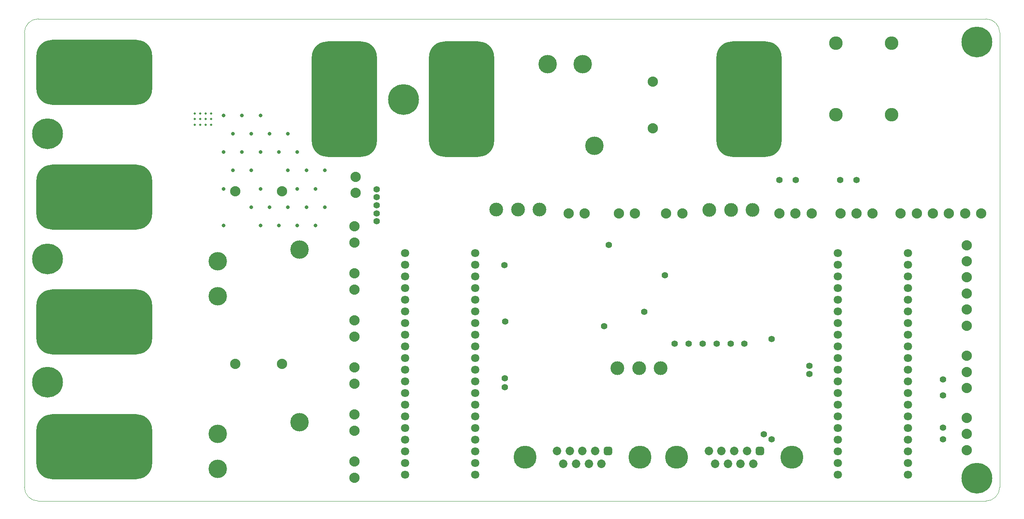
<source format=gbs>
G04*
G04 #@! TF.GenerationSoftware,Altium Limited,Altium Designer,23.10.1 (27)*
G04*
G04 Layer_Color=16711935*
%FSLAX25Y25*%
%MOIN*%
G70*
G04*
G04 #@! TF.SameCoordinates,CFD1AF01-5425-4A94-9F85-96FFE65A43DD*
G04*
G04*
G04 #@! TF.FilePolarity,Negative*
G04*
G01*
G75*
%ADD22C,0.00039*%
%ADD80C,0.08800*%
%ADD81C,0.07099*%
%ADD82C,0.05524*%
%ADD83C,0.26391*%
%ADD84C,0.11800*%
%ADD85C,0.11614*%
G04:AMPARAMS|DCode=86|XSize=992.25mil|YSize=559.18mil|CornerRadius=141.79mil|HoleSize=0mil|Usage=FLASHONLY|Rotation=0.000|XOffset=0mil|YOffset=0mil|HoleType=Round|Shape=RoundedRectangle|*
%AMROUNDEDRECTD86*
21,1,0.99225,0.27559,0,0,0.0*
21,1,0.70866,0.55918,0,0,0.0*
1,1,0.28359,0.35433,-0.13780*
1,1,0.28359,-0.35433,-0.13780*
1,1,0.28359,-0.35433,0.13780*
1,1,0.28359,0.35433,0.13780*
%
%ADD86ROUNDEDRECTD86*%
%ADD87C,0.15800*%
%ADD88C,0.19698*%
%ADD89C,0.07296*%
G04:AMPARAMS|DCode=90|XSize=72.96mil|YSize=72.96mil|CornerRadius=20.24mil|HoleSize=0mil|Usage=FLASHONLY|Rotation=0.000|XOffset=0mil|YOffset=0mil|HoleType=Round|Shape=RoundedRectangle|*
%AMROUNDEDRECTD90*
21,1,0.07296,0.03248,0,0,0.0*
21,1,0.03248,0.07296,0,0,0.0*
1,1,0.04048,0.01624,-0.01624*
1,1,0.04048,-0.01624,-0.01624*
1,1,0.04048,-0.01624,0.01624*
1,1,0.04048,0.01624,0.01624*
%
%ADD90ROUNDEDRECTD90*%
G04:AMPARAMS|DCode=91|XSize=992.25mil|YSize=559.18mil|CornerRadius=141.79mil|HoleSize=0mil|Usage=FLASHONLY|Rotation=270.000|XOffset=0mil|YOffset=0mil|HoleType=Round|Shape=RoundedRectangle|*
%AMROUNDEDRECTD91*
21,1,0.99225,0.27559,0,0,270.0*
21,1,0.70866,0.55918,0,0,270.0*
1,1,0.28359,-0.13780,-0.35433*
1,1,0.28359,-0.13780,0.35433*
1,1,0.28359,0.13780,0.35433*
1,1,0.28359,0.13780,-0.35433*
%
%ADD91ROUNDEDRECTD91*%
%ADD92C,0.01968*%
%ADD93C,0.03162*%
D22*
X0Y11811D02*
G03*
X11811Y0I11811J0D01*
G01*
X822835D02*
G03*
X834646Y11811I0J11811D01*
G01*
Y401575D02*
G03*
X822835Y413386I-11811J0D01*
G01*
X11811D02*
G03*
X0Y401575I0J-11811D01*
G01*
X11811Y-0D02*
X822835Y0D01*
X834646Y401575D02*
X834646Y11811D01*
X11811Y413386D02*
X822835Y413386D01*
X-0Y401575D02*
X0Y11811D01*
D80*
X283465Y264173D02*
D03*
Y277973D02*
D03*
X806299Y164173D02*
D03*
Y150373D02*
D03*
Y191773D02*
D03*
Y205573D02*
D03*
Y219373D02*
D03*
Y177973D02*
D03*
X673642Y246457D02*
D03*
X659842D02*
D03*
X646042D02*
D03*
X725906D02*
D03*
X712106D02*
D03*
X698306D02*
D03*
X791261D02*
D03*
X749861D02*
D03*
X763661D02*
D03*
X777461D02*
D03*
X818861D02*
D03*
X805061D02*
D03*
X522413D02*
D03*
X508613D02*
D03*
X479548D02*
D03*
X465748D02*
D03*
X549213D02*
D03*
X563013D02*
D03*
X282441Y60340D02*
D03*
Y74140D02*
D03*
X220406Y117416D02*
D03*
X180405D02*
D03*
X537835Y319638D02*
D03*
Y359638D02*
D03*
X220406Y265408D02*
D03*
X180405D02*
D03*
X806299Y124409D02*
D03*
Y110609D02*
D03*
Y96810D02*
D03*
X282441Y33800D02*
D03*
Y20000D02*
D03*
X806299Y71260D02*
D03*
Y57460D02*
D03*
Y43660D02*
D03*
X282441Y114480D02*
D03*
Y100680D02*
D03*
Y154820D02*
D03*
Y141020D02*
D03*
Y195160D02*
D03*
Y181360D02*
D03*
Y235500D02*
D03*
Y221700D02*
D03*
D81*
X696000Y22648D02*
D03*
Y32649D02*
D03*
Y42649D02*
D03*
Y52649D02*
D03*
Y62648D02*
D03*
Y72649D02*
D03*
Y82648D02*
D03*
Y92649D02*
D03*
Y102648D02*
D03*
Y112648D02*
D03*
Y122649D02*
D03*
Y132649D02*
D03*
Y142648D02*
D03*
Y152648D02*
D03*
Y162648D02*
D03*
Y172649D02*
D03*
Y182649D02*
D03*
Y192648D02*
D03*
Y202648D02*
D03*
Y212649D02*
D03*
X756000D02*
D03*
Y202648D02*
D03*
Y192648D02*
D03*
Y182649D02*
D03*
Y172649D02*
D03*
Y162648D02*
D03*
Y152648D02*
D03*
Y142648D02*
D03*
Y132649D02*
D03*
Y122649D02*
D03*
Y112648D02*
D03*
Y102648D02*
D03*
Y92649D02*
D03*
Y82648D02*
D03*
Y72649D02*
D03*
Y62648D02*
D03*
Y52649D02*
D03*
Y42649D02*
D03*
Y32649D02*
D03*
Y22648D02*
D03*
X325827D02*
D03*
Y32649D02*
D03*
Y42649D02*
D03*
Y52649D02*
D03*
Y62648D02*
D03*
Y72649D02*
D03*
Y82648D02*
D03*
Y92649D02*
D03*
Y102648D02*
D03*
Y112648D02*
D03*
Y122649D02*
D03*
Y132649D02*
D03*
Y142648D02*
D03*
Y152648D02*
D03*
Y162648D02*
D03*
Y172649D02*
D03*
Y182649D02*
D03*
Y192648D02*
D03*
Y202648D02*
D03*
Y212649D02*
D03*
X385827D02*
D03*
Y202648D02*
D03*
Y192648D02*
D03*
Y182649D02*
D03*
Y172649D02*
D03*
Y162648D02*
D03*
Y152648D02*
D03*
Y142648D02*
D03*
Y132649D02*
D03*
Y122649D02*
D03*
Y112648D02*
D03*
Y102648D02*
D03*
Y92649D02*
D03*
Y82648D02*
D03*
Y72649D02*
D03*
Y62648D02*
D03*
Y52649D02*
D03*
Y42649D02*
D03*
Y32649D02*
D03*
Y22648D02*
D03*
D82*
X660236Y275197D02*
D03*
X646063D02*
D03*
X712205D02*
D03*
X698032D02*
D03*
X500000Y219685D02*
D03*
X548032Y193701D02*
D03*
X301575Y239764D02*
D03*
X530315Y162205D02*
D03*
X301575Y246654D02*
D03*
X639370Y138976D02*
D03*
X301575Y253543D02*
D03*
X496063Y150000D02*
D03*
X301575Y260433D02*
D03*
X410630Y202362D02*
D03*
X301575Y267323D02*
D03*
X411024Y97638D02*
D03*
X411417Y153937D02*
D03*
X411024Y105118D02*
D03*
X786221Y52756D02*
D03*
X639370D02*
D03*
X786221Y62992D02*
D03*
X632677Y57087D02*
D03*
X786221Y90551D02*
D03*
X671654Y109055D02*
D03*
X786221Y104331D02*
D03*
X671654Y115748D02*
D03*
X616000Y135000D02*
D03*
X580500D02*
D03*
X568500D02*
D03*
X556500D02*
D03*
X592500D02*
D03*
X604500D02*
D03*
D83*
X324410Y344094D02*
D03*
X19685Y314961D02*
D03*
Y207480D02*
D03*
Y101969D02*
D03*
X814961Y19685D02*
D03*
Y393701D02*
D03*
D84*
X586228Y249587D02*
D03*
X604728D02*
D03*
X623228D02*
D03*
X544500Y114000D02*
D03*
X526000D02*
D03*
X507500D02*
D03*
X440937Y249805D02*
D03*
X422437D02*
D03*
X403937D02*
D03*
D85*
X694587Y331398D02*
D03*
Y392421D02*
D03*
X742224Y331398D02*
D03*
Y392421D02*
D03*
D86*
X59941Y367520D02*
D03*
Y153609D02*
D03*
Y46654D02*
D03*
Y260564D02*
D03*
D87*
X165405Y57416D02*
D03*
Y27416D02*
D03*
X235405Y67416D02*
D03*
X477835Y374638D02*
D03*
X447835D02*
D03*
X487835Y304638D02*
D03*
X165405Y205408D02*
D03*
Y175408D02*
D03*
X235405Y215408D02*
D03*
D88*
X656689Y37402D02*
D03*
X558264D02*
D03*
X526768D02*
D03*
X428342D02*
D03*
D89*
X591118Y31811D02*
D03*
X602024D02*
D03*
X612929D02*
D03*
X623835D02*
D03*
X618382Y42992D02*
D03*
X585665D02*
D03*
X596571D02*
D03*
X607476D02*
D03*
X461197Y31811D02*
D03*
X472102D02*
D03*
X483008D02*
D03*
X493913D02*
D03*
X488461Y42992D02*
D03*
X455744D02*
D03*
X466650D02*
D03*
X477555D02*
D03*
D90*
X629287D02*
D03*
X499366D02*
D03*
D91*
X620079Y344488D02*
D03*
X374016D02*
D03*
X273622Y344488D02*
D03*
D92*
X159854Y327408D02*
D03*
X155130D02*
D03*
X150406D02*
D03*
X145681D02*
D03*
X159854Y332132D02*
D03*
X155130D02*
D03*
X150406D02*
D03*
X145681D02*
D03*
X159854Y322684D02*
D03*
X155130D02*
D03*
X150406D02*
D03*
X145681D02*
D03*
D93*
X257083Y283465D02*
D03*
X249209Y267717D02*
D03*
X257083Y251969D02*
D03*
X249209Y236220D02*
D03*
X233461Y299213D02*
D03*
X241335Y283465D02*
D03*
X233461Y267717D02*
D03*
X241335Y251969D02*
D03*
X233461Y236220D02*
D03*
X225587Y314961D02*
D03*
X217713Y299213D02*
D03*
X225587Y283465D02*
D03*
Y251969D02*
D03*
X217713Y236220D02*
D03*
X201964Y330709D02*
D03*
X209839Y314961D02*
D03*
X201964Y299213D02*
D03*
Y267717D02*
D03*
X209839Y251969D02*
D03*
X201964Y236220D02*
D03*
X186216Y330709D02*
D03*
X194090Y314961D02*
D03*
X186216Y299213D02*
D03*
X194090Y283465D02*
D03*
Y251969D02*
D03*
X170468Y330709D02*
D03*
X178342Y314961D02*
D03*
X170468Y299213D02*
D03*
X178342Y283465D02*
D03*
X170468Y267717D02*
D03*
Y236220D02*
D03*
M02*

</source>
